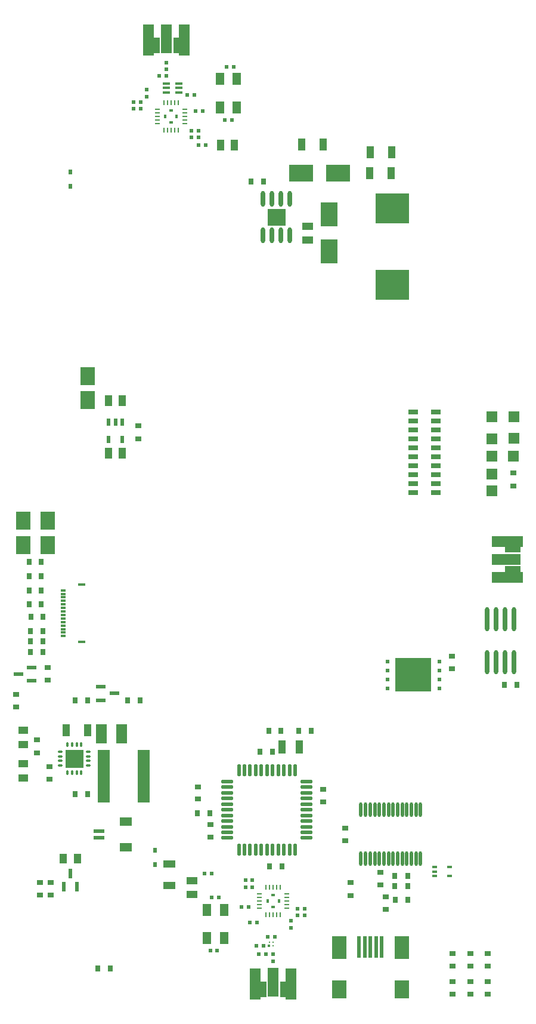
<source format=gtp>
%FSAX24Y24*%
%MOIN*%
G70*
G01*
G75*
G04 Layer_Color=8421504*
%ADD10R,0.0236X0.0236*%
%ADD11R,0.0591X0.1614*%
%ADD12R,0.0591X0.1772*%
%ADD13R,0.0413X0.0866*%
%ADD14R,0.0236X0.0236*%
%ADD15R,0.0472X0.0709*%
%ADD16R,0.0984X0.0984*%
%ADD17O,0.0315X0.0098*%
%ADD18O,0.0098X0.0315*%
%ADD19R,0.0413X0.0591*%
%ADD20R,0.1614X0.0591*%
%ADD21R,0.1772X0.0591*%
%ADD22R,0.0866X0.0413*%
%ADD23O,0.0138X0.0315*%
%ADD24O,0.0315X0.0138*%
%ADD25R,0.0295X0.0118*%
%ADD26R,0.0413X0.0709*%
%ADD27R,0.0315X0.0374*%
%ADD28R,0.1319X0.0965*%
%ADD29R,0.0374X0.0315*%
%ADD30R,0.0591X0.0591*%
%ADD31R,0.0591X0.0591*%
%ADD32O,0.0236X0.0886*%
%ADD33R,0.1024X0.0925*%
%ADD34R,0.0965X0.1319*%
%ADD35R,0.0591X0.0413*%
%ADD36R,0.0110X0.0110*%
%ADD37R,0.0140X0.0140*%
%ADD38R,0.0236X0.0413*%
%ADD39R,0.0354X0.0295*%
%ADD40R,0.0709X0.2953*%
%ADD41R,0.0197X0.1220*%
%ADD42R,0.0787X0.0984*%
%ADD43R,0.0787X0.1299*%
%ADD44R,0.0236X0.0551*%
%ADD45R,0.0433X0.0571*%
%ADD46O,0.0689X0.0217*%
%ADD47O,0.0217X0.0689*%
%ADD48R,0.0295X0.0354*%
%ADD49R,0.0433X0.0748*%
%ADD50R,0.0571X0.0433*%
%ADD51R,0.0394X0.0118*%
%ADD52R,0.0276X0.0118*%
%ADD53R,0.0709X0.0472*%
%ADD54R,0.0610X0.0236*%
%ADD55R,0.0591X0.1102*%
%ADD56R,0.0197X0.0315*%
%ADD57O,0.0177X0.0827*%
%ADD58O,0.0236X0.1358*%
%ADD59R,0.2032X0.1890*%
%ADD60R,0.0236X0.0197*%
%ADD61R,0.0846X0.0984*%
%ADD62R,0.0551X0.0236*%
%ADD63R,0.0709X0.0413*%
%ADD64R,0.0394X0.0138*%
%ADD65R,0.1850X0.1713*%
%ADD66R,0.0579X0.0291*%
%ADD67C,0.0120*%
%ADD68C,0.0100*%
%ADD69C,0.0200*%
%ADD70C,0.0500*%
%ADD71C,0.0300*%
%ADD72C,0.0080*%
%ADD73C,0.0150*%
%ADD74C,0.0800*%
%ADD75C,0.0580*%
%ADD76C,0.0400*%
%ADD77R,0.0091X0.0053*%
%ADD78R,0.0087X0.0171*%
%ADD79R,0.0394X0.0472*%
%ADD80R,0.1415X0.4155*%
%ADD81R,0.6957X0.3940*%
%ADD82R,0.0413X0.1161*%
%ADD83R,0.0757X0.0757*%
%ADD84R,0.0778X0.0256*%
%ADD85R,0.0028X0.0019*%
%ADD86R,0.0044X0.0024*%
%ADD87R,0.0025X0.0044*%
%ADD88R,0.0026X0.0039*%
%ADD89R,0.0029X0.0043*%
%ADD90R,0.0214X0.0034*%
%ADD91R,0.0470X0.0034*%
%ADD92R,0.0065X0.0043*%
%ADD93C,0.1575*%
%ADD94C,0.0591*%
%ADD95C,0.2264*%
%ADD96C,0.0787*%
%ADD97C,0.0532*%
%ADD98C,0.0600*%
%ADD99C,0.0906*%
%ADD100R,0.0906X0.0906*%
%ADD101C,0.0472*%
G04:AMPARAMS|DCode=102|XSize=120mil|YSize=60mil|CornerRadius=0mil|HoleSize=0mil|Usage=FLASHONLY|Rotation=90.000|XOffset=0mil|YOffset=0mil|HoleType=Round|Shape=Octagon|*
%AMOCTAGOND102*
4,1,8,0.0150,0.0600,-0.0150,0.0600,-0.0300,0.0450,-0.0300,-0.0450,-0.0150,-0.0600,0.0150,-0.0600,0.0300,-0.0450,0.0300,0.0450,0.0150,0.0600,0.0*
%
%ADD102OCTAGOND102*%

%ADD103C,0.0512*%
%ADD104C,0.0240*%
%ADD105C,0.0480*%
%ADD106C,0.0260*%
%ADD107C,0.0380*%
%ADD108R,0.0061X0.0050*%
%ADD109C,0.0098*%
%ADD110C,0.0079*%
%ADD111C,0.0040*%
%ADD112C,0.0236*%
%ADD113C,0.0080*%
%ADD114C,0.0059*%
%ADD115C,0.0049*%
%ADD116C,0.0070*%
%ADD117R,0.0217X0.0630*%
%ADD118R,0.0217X0.1024*%
%ADD119R,0.0630X0.0217*%
%ADD120R,0.0177X0.0236*%
%ADD121R,0.0236X0.0177*%
D10*
X-003817Y028270D02*
D03*
X-003423D02*
D03*
X-005997Y032110D02*
D03*
X-005603D02*
D03*
X-001953Y029660D02*
D03*
X-002347D02*
D03*
X-002247Y032622D02*
D03*
X-001853D02*
D03*
X-004197Y028694D02*
D03*
X-003803D02*
D03*
X-003977Y030170D02*
D03*
X-003583D02*
D03*
X-004447Y031046D02*
D03*
X-004053D02*
D03*
X-007056Y030294D02*
D03*
X-007450D02*
D03*
X-007447Y030660D02*
D03*
X-007053D02*
D03*
X-004197Y029060D02*
D03*
X-003803D02*
D03*
X-000800Y-013179D02*
D03*
X-001193D02*
D03*
X-000534Y-015136D02*
D03*
X-000928D02*
D03*
X-002767Y-016703D02*
D03*
X-003161D02*
D03*
X-001018Y-014261D02*
D03*
X-001412D02*
D03*
X-000800Y-012786D02*
D03*
X-001193D02*
D03*
X001730Y-014375D02*
D03*
X002123D02*
D03*
Y-014743D02*
D03*
X001730D02*
D03*
X-000428Y-016919D02*
D03*
X-000034D02*
D03*
X-003062Y-013751D02*
D03*
X-002669D02*
D03*
X-000576Y-016444D02*
D03*
X-000182D02*
D03*
X000450Y-015943D02*
D03*
X000056D02*
D03*
X-003479Y-012391D02*
D03*
X-003085D02*
D03*
D11*
X-005600Y034193D02*
D03*
X000362Y-018481D02*
D03*
D12*
X-004600Y034114D02*
D03*
X-006600D02*
D03*
X-000638Y-018560D02*
D03*
X001362D02*
D03*
D13*
X-006181Y033815D02*
D03*
X-005019D02*
D03*
X000943Y-018858D02*
D03*
X-000218D02*
D03*
D14*
X-005600Y032873D02*
D03*
Y032479D02*
D03*
X-006700Y031357D02*
D03*
Y030963D02*
D03*
X001344Y-015442D02*
D03*
Y-015048D02*
D03*
X000358Y-017312D02*
D03*
Y-016919D02*
D03*
D15*
X-002609Y030373D02*
D03*
Y031947D02*
D03*
X-001664D02*
D03*
Y030373D02*
D03*
X-003338Y-014439D02*
D03*
Y-016014D02*
D03*
X-002393D02*
D03*
Y-014439D02*
D03*
D16*
X-010753Y-005993D02*
D03*
D17*
X-006118Y029466D02*
D03*
Y029663D02*
D03*
Y029860D02*
D03*
Y030057D02*
D03*
Y030254D02*
D03*
X-004582D02*
D03*
Y030057D02*
D03*
Y029860D02*
D03*
Y029663D02*
D03*
Y029466D02*
D03*
X001120Y-013548D02*
D03*
Y-013745D02*
D03*
Y-013941D02*
D03*
Y-014138D02*
D03*
Y-014335D02*
D03*
X-000415D02*
D03*
Y-014138D02*
D03*
Y-013941D02*
D03*
Y-013745D02*
D03*
Y-013548D02*
D03*
D18*
X-005744Y030628D02*
D03*
X-005547D02*
D03*
X-005350D02*
D03*
X-005153D02*
D03*
X-004956D02*
D03*
Y029092D02*
D03*
X-005153D02*
D03*
X-005350D02*
D03*
X-005547D02*
D03*
X-005744D02*
D03*
X000746Y-014709D02*
D03*
X000549D02*
D03*
X000353D02*
D03*
X000156D02*
D03*
X-000041D02*
D03*
Y-013174D02*
D03*
X000156D02*
D03*
X000353D02*
D03*
X000549D02*
D03*
X000746D02*
D03*
D19*
X-001806Y028270D02*
D03*
X-002574D02*
D03*
X-008075Y013997D02*
D03*
X-008843D02*
D03*
X-008075Y011044D02*
D03*
X-008843D02*
D03*
D20*
X013391Y005130D02*
D03*
D21*
X013470Y006130D02*
D03*
Y004130D02*
D03*
D22*
X013768Y004549D02*
D03*
Y005711D02*
D03*
D23*
X-010625Y-005206D02*
D03*
X-010880D02*
D03*
Y-006781D02*
D03*
X-010369Y-005206D02*
D03*
X-011136D02*
D03*
Y-006781D02*
D03*
X-010625D02*
D03*
X-010369D02*
D03*
D24*
X-011540Y-006377D02*
D03*
Y-005610D02*
D03*
Y-005865D02*
D03*
Y-006121D02*
D03*
X-009965Y-006377D02*
D03*
Y-006121D02*
D03*
Y-005865D02*
D03*
Y-005610D02*
D03*
D25*
X009405Y-012037D02*
D03*
Y-012293D02*
D03*
Y-012548D02*
D03*
X010212D02*
D03*
Y-012037D02*
D03*
D26*
X001940Y028278D02*
D03*
X003140D02*
D03*
X005782Y027848D02*
D03*
X006983D02*
D03*
X005756Y026702D02*
D03*
X006956D02*
D03*
X-010004Y-004419D02*
D03*
X-011205D02*
D03*
D27*
X-000178Y026211D02*
D03*
X-000886D02*
D03*
X-003882Y-009045D02*
D03*
X-003174D02*
D03*
X-007770Y-002745D02*
D03*
X-007062D02*
D03*
X-010723D02*
D03*
X-010014D02*
D03*
X007171Y-012527D02*
D03*
X007879D02*
D03*
X007879Y-013117D02*
D03*
X007171D02*
D03*
X007899Y-013867D02*
D03*
X007190D02*
D03*
X-010713Y-007962D02*
D03*
X-010004D02*
D03*
X-012495Y-000039D02*
D03*
X-013203D02*
D03*
X-012495Y000552D02*
D03*
X-013203D02*
D03*
X-012495Y001142D02*
D03*
X-013203D02*
D03*
D28*
X001934Y026686D02*
D03*
X003982D02*
D03*
D29*
X004690Y-012923D02*
D03*
Y-013631D02*
D03*
X-007180Y012579D02*
D03*
Y011871D02*
D03*
X-012672Y-012913D02*
D03*
Y-013621D02*
D03*
X011373Y-017568D02*
D03*
Y-016860D02*
D03*
X010389Y-017568D02*
D03*
Y-016860D02*
D03*
X004395Y-010580D02*
D03*
Y-009871D02*
D03*
X-012081Y-013621D02*
D03*
Y-012913D02*
D03*
X012368Y-016860D02*
D03*
Y-017568D02*
D03*
X-014010Y-003100D02*
D03*
Y-002391D02*
D03*
X-012239Y-001623D02*
D03*
Y-000915D02*
D03*
X-012829Y-005659D02*
D03*
Y-004950D02*
D03*
X013800Y009236D02*
D03*
Y009944D02*
D03*
D30*
X013807Y013100D02*
D03*
X012600Y008960D02*
D03*
D31*
X013807Y011900D02*
D03*
X013800Y010900D02*
D03*
X012578Y011868D02*
D03*
X012600Y009900D02*
D03*
Y010900D02*
D03*
Y013100D02*
D03*
D32*
X001301Y025266D02*
D03*
X000801D02*
D03*
X000301D02*
D03*
X-000199D02*
D03*
X001301Y023219D02*
D03*
X000801D02*
D03*
X000301D02*
D03*
X-000199D02*
D03*
D33*
X000551Y024242D02*
D03*
D34*
X003480Y022330D02*
D03*
Y024377D02*
D03*
D35*
X002294Y022966D02*
D03*
Y023734D02*
D03*
X-004168Y-012795D02*
D03*
Y-013562D02*
D03*
D36*
X000353Y-016227D02*
D03*
Y-016427D02*
D03*
X000153Y-016227D02*
D03*
D37*
X000138Y-016442D02*
D03*
D38*
X-008085Y011841D02*
D03*
X-008833D02*
D03*
Y012806D02*
D03*
X-008459D02*
D03*
X-008085D02*
D03*
D39*
X012368Y-019133D02*
D03*
Y-018444D02*
D03*
X003165Y-007716D02*
D03*
Y-008405D02*
D03*
X-003853Y-008257D02*
D03*
Y-007568D02*
D03*
X-003134Y-010373D02*
D03*
Y-009684D02*
D03*
X010389Y-018444D02*
D03*
Y-019133D02*
D03*
X011383Y-018444D02*
D03*
Y-019133D02*
D03*
X006659Y-014409D02*
D03*
Y-013720D02*
D03*
X006364Y-013031D02*
D03*
Y-012342D02*
D03*
X-012130Y-007125D02*
D03*
Y-006436D02*
D03*
X010366Y-000290D02*
D03*
Y-000979D02*
D03*
D40*
X-009099Y-006978D02*
D03*
X-006894D02*
D03*
D41*
X005163Y-016503D02*
D03*
X005478D02*
D03*
X005793D02*
D03*
X006108D02*
D03*
X006423D02*
D03*
D42*
X007545Y-018865D02*
D03*
X004041D02*
D03*
D43*
Y-016543D02*
D03*
X007545D02*
D03*
D44*
X-011353Y-013139D02*
D03*
X-010605D02*
D03*
X-010979Y-012391D02*
D03*
D45*
X-010585Y-011584D02*
D03*
X-011373D02*
D03*
D46*
X-002199Y-007273D02*
D03*
Y-007588D02*
D03*
Y-007903D02*
D03*
Y-008218D02*
D03*
Y-008533D02*
D03*
Y-008848D02*
D03*
Y-009163D02*
D03*
Y-009478D02*
D03*
Y-009793D02*
D03*
Y-010108D02*
D03*
Y-010423D02*
D03*
X002230D02*
D03*
Y-010108D02*
D03*
Y-009793D02*
D03*
Y-009478D02*
D03*
Y-009163D02*
D03*
Y-008848D02*
D03*
Y-008533D02*
D03*
Y-008218D02*
D03*
Y-007903D02*
D03*
Y-007588D02*
D03*
Y-007273D02*
D03*
D47*
X-001560Y-011062D02*
D03*
X-001245D02*
D03*
X-000930D02*
D03*
X-000615D02*
D03*
X-000300D02*
D03*
X000015D02*
D03*
X000330D02*
D03*
X000645D02*
D03*
X000960D02*
D03*
X001275D02*
D03*
X001590D02*
D03*
Y-006633D02*
D03*
X001275D02*
D03*
X000960D02*
D03*
X000645D02*
D03*
X000330D02*
D03*
X000015D02*
D03*
X-000300D02*
D03*
X-000615D02*
D03*
X-000930D02*
D03*
X-001245D02*
D03*
X-001560D02*
D03*
D48*
X002476Y-004448D02*
D03*
X001787D02*
D03*
X000114D02*
D03*
X000803D02*
D03*
X-000378Y-005600D02*
D03*
X000310D02*
D03*
X000852Y-011997D02*
D03*
X000163D02*
D03*
X013992Y-001860D02*
D03*
X013303D02*
D03*
X-013193Y001930D02*
D03*
X-012504D02*
D03*
X-009434Y-017706D02*
D03*
X-008745D02*
D03*
X-013292Y002619D02*
D03*
X-012603D02*
D03*
X-013292Y003406D02*
D03*
X-012603D02*
D03*
X-013292Y004194D02*
D03*
X-012603D02*
D03*
X-013292Y004981D02*
D03*
X-012603D02*
D03*
D49*
X000852Y-005334D02*
D03*
X001836D02*
D03*
D50*
X-013607Y-005206D02*
D03*
Y-004419D02*
D03*
Y-007076D02*
D03*
Y-006289D02*
D03*
D51*
X-010349Y000536D02*
D03*
Y003717D02*
D03*
D52*
X-011392Y003406D02*
D03*
Y003209D02*
D03*
Y003013D02*
D03*
Y002816D02*
D03*
Y002619D02*
D03*
Y002422D02*
D03*
Y002225D02*
D03*
Y002028D02*
D03*
Y001831D02*
D03*
Y001635D02*
D03*
Y001438D02*
D03*
Y001241D02*
D03*
Y001044D02*
D03*
Y000847D02*
D03*
D53*
X-007869Y-010934D02*
D03*
Y-009517D02*
D03*
D54*
X-009394Y-010029D02*
D03*
Y-010423D02*
D03*
D55*
X-009256Y-004615D02*
D03*
X-008115D02*
D03*
D56*
X-006235Y-011111D02*
D03*
Y-011899D02*
D03*
X-010975Y025961D02*
D03*
Y026749D02*
D03*
D57*
X008598Y-008846D02*
D03*
X008342D02*
D03*
X008086D02*
D03*
X007830D02*
D03*
X007574D02*
D03*
X007318D02*
D03*
X007062D02*
D03*
X006807D02*
D03*
X006551D02*
D03*
X006295D02*
D03*
X006039D02*
D03*
X005783D02*
D03*
X005527D02*
D03*
X005271D02*
D03*
X008598Y-011562D02*
D03*
X008342D02*
D03*
X008086D02*
D03*
X007830D02*
D03*
X007574D02*
D03*
X007318D02*
D03*
X007062D02*
D03*
X006807D02*
D03*
X006551D02*
D03*
X006295D02*
D03*
X006039D02*
D03*
X005783D02*
D03*
X005527D02*
D03*
X005271D02*
D03*
D58*
X013807Y001802D02*
D03*
X013307D02*
D03*
X012807D02*
D03*
X012307D02*
D03*
X013807Y-000600D02*
D03*
X013307D02*
D03*
X012807D02*
D03*
X012307D02*
D03*
D59*
X008201Y-001323D02*
D03*
D60*
X009657Y-002073D02*
D03*
Y-001573D02*
D03*
Y-001073D02*
D03*
X006744Y-000573D02*
D03*
Y-002073D02*
D03*
Y-001573D02*
D03*
Y-001073D02*
D03*
X009657Y-000573D02*
D03*
D61*
X-010009Y014014D02*
D03*
Y015373D02*
D03*
X-012239Y005926D02*
D03*
Y007284D02*
D03*
X-013617D02*
D03*
Y005926D02*
D03*
D62*
X-008518Y-002352D02*
D03*
X-009266Y-002726D02*
D03*
Y-001978D02*
D03*
X-013892Y-001269D02*
D03*
X-013144Y-000895D02*
D03*
Y-001643D02*
D03*
D63*
X-005447Y-011889D02*
D03*
Y-013090D02*
D03*
D64*
X-005604Y031194D02*
D03*
Y031449D02*
D03*
Y031705D02*
D03*
X-004896D02*
D03*
Y031449D02*
D03*
Y031194D02*
D03*
D65*
X007023Y024721D02*
D03*
Y020449D02*
D03*
D66*
X008176Y013355D02*
D03*
Y012855D02*
D03*
X009448Y013355D02*
D03*
Y012855D02*
D03*
Y012355D02*
D03*
X008176D02*
D03*
X009448Y011855D02*
D03*
X008176D02*
D03*
X009448Y011355D02*
D03*
X008176D02*
D03*
X009448Y010855D02*
D03*
X008176D02*
D03*
X009448Y010355D02*
D03*
X008176D02*
D03*
X009448Y009855D02*
D03*
X008176D02*
D03*
X009448Y009355D02*
D03*
X008176D02*
D03*
X009448Y008855D02*
D03*
X008176D02*
D03*
D120*
X-005045Y029859D02*
D03*
X-005675D02*
D03*
X000049Y-013942D02*
D03*
X000679D02*
D03*
D121*
X-005360Y030184D02*
D03*
X-005361Y029536D02*
D03*
X000364Y-014266D02*
D03*
X000362Y-013618D02*
D03*
M02*

</source>
